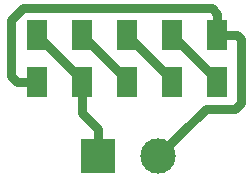
<source format=gtl>
G04 #@! TF.GenerationSoftware,KiCad,Pcbnew,6.0.9-8da3e8f707~116~ubuntu20.04.1*
G04 #@! TF.CreationDate,2023-03-26T14:19:45+00:00*
G04 #@! TF.ProjectId,LEC001020,4c454330-3031-4303-9230-2e6b69636164,rev?*
G04 #@! TF.SameCoordinates,Original*
G04 #@! TF.FileFunction,Copper,L1,Top*
G04 #@! TF.FilePolarity,Positive*
%FSLAX46Y46*%
G04 Gerber Fmt 4.6, Leading zero omitted, Abs format (unit mm)*
G04 Created by KiCad (PCBNEW 6.0.9-8da3e8f707~116~ubuntu20.04.1) date 2023-03-26 14:19:45*
%MOMM*%
%LPD*%
G01*
G04 APERTURE LIST*
G04 #@! TA.AperFunction,SMDPad,CuDef*
%ADD10R,1.800000X2.500000*%
G04 #@! TD*
G04 #@! TA.AperFunction,ComponentPad*
%ADD11R,3.000000X3.000000*%
G04 #@! TD*
G04 #@! TA.AperFunction,ComponentPad*
%ADD12C,3.000000*%
G04 #@! TD*
G04 #@! TA.AperFunction,Conductor*
%ADD13C,0.800000*%
G04 #@! TD*
G04 APERTURE END LIST*
D10*
G04 #@! TO.P,D5,1,K*
G04 #@! TO.N,Net-(D4-Pad2)*
X20000000Y-7260000D03*
G04 #@! TO.P,D5,2,A*
G04 #@! TO.N,Net-(D1-Pad1)*
X20000000Y-3260000D03*
G04 #@! TD*
G04 #@! TO.P,D4,1,K*
G04 #@! TO.N,Net-(D3-Pad2)*
X16190000Y-7260000D03*
G04 #@! TO.P,D4,2,A*
G04 #@! TO.N,Net-(D4-Pad2)*
X16190000Y-3260000D03*
G04 #@! TD*
G04 #@! TO.P,D1,1,K*
G04 #@! TO.N,Net-(D1-Pad1)*
X4760000Y-7260000D03*
G04 #@! TO.P,D1,2,A*
G04 #@! TO.N,Net-(D1-Pad2)*
X4760000Y-3260000D03*
G04 #@! TD*
G04 #@! TO.P,D2,1,K*
G04 #@! TO.N,Net-(D1-Pad2)*
X8570000Y-7260000D03*
G04 #@! TO.P,D2,2,A*
G04 #@! TO.N,Net-(D2-Pad2)*
X8570000Y-3260000D03*
G04 #@! TD*
G04 #@! TO.P,D3,1,K*
G04 #@! TO.N,Net-(D2-Pad2)*
X12380000Y-7260000D03*
G04 #@! TO.P,D3,2,A*
G04 #@! TO.N,Net-(D3-Pad2)*
X12380000Y-3260000D03*
G04 #@! TD*
D11*
G04 #@! TO.P,J1,1,Pin_1*
G04 #@! TO.N,Net-(D1-Pad2)*
X9920000Y-13500000D03*
D12*
G04 #@! TO.P,J1,2,Pin_2*
G04 #@! TO.N,Net-(D1-Pad1)*
X15000000Y-13500000D03*
G04 #@! TD*
D13*
G04 #@! TO.N,Net-(D1-Pad2)*
X8570000Y-7260000D02*
X8570000Y-7070000D01*
X9920000Y-11200000D02*
X8570000Y-9850000D01*
X8570000Y-9850000D02*
X8570000Y-7260000D01*
X8570000Y-7070000D02*
X4760000Y-3260000D01*
X10000000Y-13580000D02*
X9920000Y-13500000D01*
X9920000Y-13500000D02*
X9920000Y-11200000D01*
G04 #@! TO.N,Net-(D1-Pad1)*
X3060000Y-7260000D02*
X2500000Y-6700000D01*
X20000000Y-1500000D02*
X20000000Y-3260000D01*
X22000000Y-3560000D02*
X22000000Y-9000000D01*
X20000000Y-3260000D02*
X21700000Y-3260000D01*
X16750000Y-11750000D02*
X15000000Y-13500000D01*
X2500000Y-2000000D02*
X3500000Y-1000000D01*
X21700000Y-3260000D02*
X22000000Y-3560000D01*
X2500000Y-6700000D02*
X2500000Y-2000000D01*
X3500000Y-1000000D02*
X19500000Y-1000000D01*
X21500000Y-9500000D02*
X19000000Y-9500000D01*
X19000000Y-9500000D02*
X16750000Y-11750000D01*
X4760000Y-7260000D02*
X3060000Y-7260000D01*
X19500000Y-1000000D02*
X20000000Y-1500000D01*
X22000000Y-9000000D02*
X21500000Y-9500000D01*
G04 #@! TO.N,Net-(D2-Pad2)*
X12380000Y-7260000D02*
X12380000Y-7070000D01*
X12380000Y-7070000D02*
X8570000Y-3260000D01*
G04 #@! TO.N,Net-(D4-Pad2)*
X20000000Y-7260000D02*
X20000000Y-7070000D01*
X20000000Y-7070000D02*
X16190000Y-3260000D01*
G04 #@! TO.N,Net-(D3-Pad2)*
X16190000Y-7070000D02*
X12380000Y-3260000D01*
X16190000Y-7260000D02*
X16190000Y-7070000D01*
G04 #@! TD*
M02*

</source>
